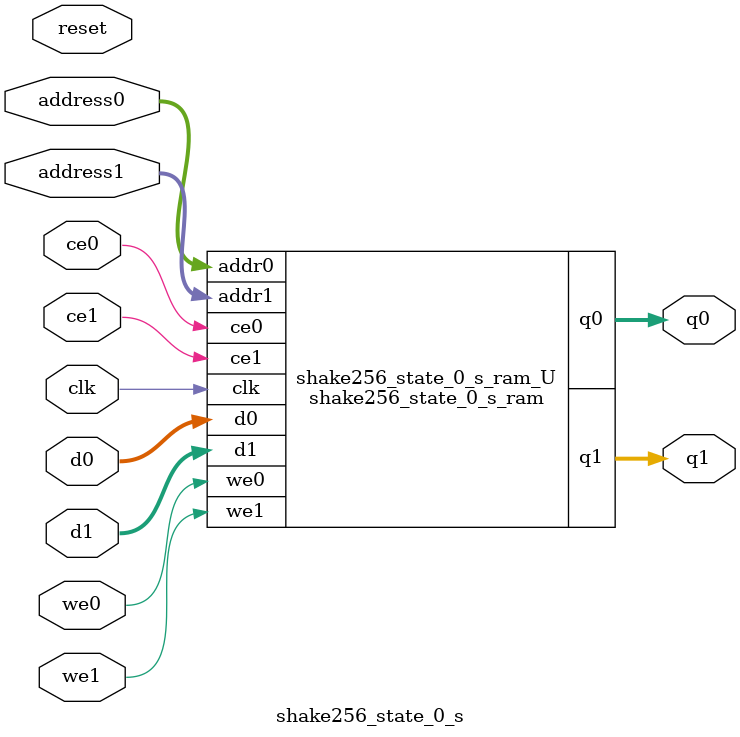
<source format=v>
`timescale 1 ns / 1 ps
module shake256_state_0_s_ram (addr0, ce0, d0, we0, q0, addr1, ce1, d1, we1, q1,  clk);

parameter DWIDTH = 64;
parameter AWIDTH = 5;
parameter MEM_SIZE = 25;

input[AWIDTH-1:0] addr0;
input ce0;
input[DWIDTH-1:0] d0;
input we0;
output reg[DWIDTH-1:0] q0;
input[AWIDTH-1:0] addr1;
input ce1;
input[DWIDTH-1:0] d1;
input we1;
output reg[DWIDTH-1:0] q1;
input clk;

(* ram_style = "block" *)reg [DWIDTH-1:0] ram[0:MEM_SIZE-1];




always @(posedge clk)  
begin 
    if (ce0) begin
        if (we0) 
            ram[addr0] <= d0; 
        q0 <= ram[addr0];
    end
end


always @(posedge clk)  
begin 
    if (ce1) begin
        if (we1) 
            ram[addr1] <= d1; 
        q1 <= ram[addr1];
    end
end


endmodule

`timescale 1 ns / 1 ps
module shake256_state_0_s(
    reset,
    clk,
    address0,
    ce0,
    we0,
    d0,
    q0,
    address1,
    ce1,
    we1,
    d1,
    q1);

parameter DataWidth = 32'd64;
parameter AddressRange = 32'd25;
parameter AddressWidth = 32'd5;
input reset;
input clk;
input[AddressWidth - 1:0] address0;
input ce0;
input we0;
input[DataWidth - 1:0] d0;
output[DataWidth - 1:0] q0;
input[AddressWidth - 1:0] address1;
input ce1;
input we1;
input[DataWidth - 1:0] d1;
output[DataWidth - 1:0] q1;



shake256_state_0_s_ram shake256_state_0_s_ram_U(
    .clk( clk ),
    .addr0( address0 ),
    .ce0( ce0 ),
    .we0( we0 ),
    .d0( d0 ),
    .q0( q0 ),
    .addr1( address1 ),
    .ce1( ce1 ),
    .we1( we1 ),
    .d1( d1 ),
    .q1( q1 ));

endmodule


</source>
